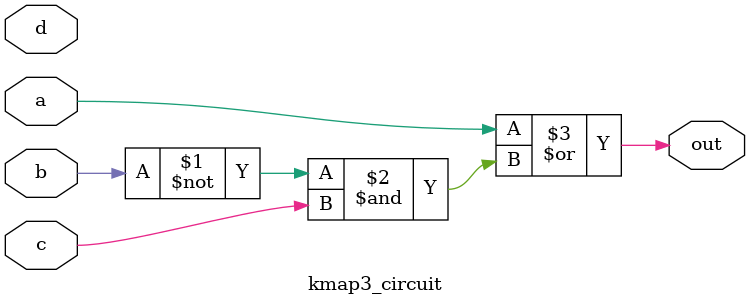
<source format=v>
module kmap3_circuit(
   input a,
   input b,
   input c,
   input d,
   output out  
); 
	// SOP form: out = a | ~b&c;
   assign out = a | ~b&c;
endmodule 
</source>
